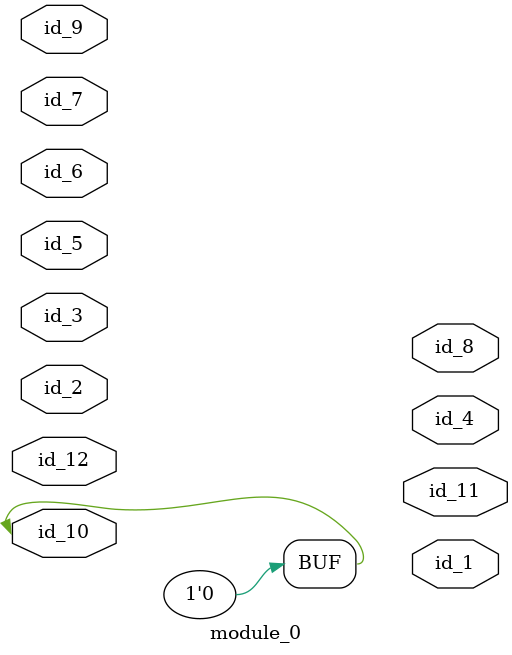
<source format=v>
`timescale 1 ps / 1 ps
module module_0 (
    id_1,
    id_2,
    id_3,
    id_4,
    id_5,
    id_6,
    id_7,
    id_8,
    id_9,
    id_10,
    id_11,
    id_12
);
  input id_12;
  output id_11;
  inout id_10;
  inout id_9;
  output id_8;
  input id_7;
  inout id_6;
  inout id_5;
  output id_4;
  inout id_3;
  input id_2;
  output id_1;
  assign id_10 = "";
endmodule

</source>
